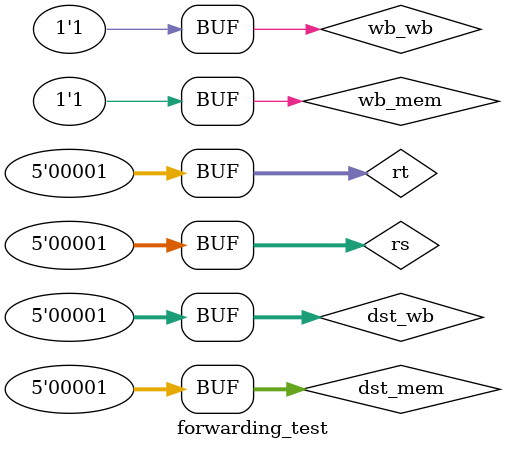
<source format=v>
`timescale 1ns / 1ps


module forwarding_test;

	// Inputs
	reg [4:0] rs;
	reg [4:0] rt;
	reg [4:0] dst_mem;
	reg [4:0] dst_wb;
	reg wb_mem;
	reg wb_wb;

	// Outputs
	wire [1:0] cortoA;
	wire [1:0] cortoB;

	// Instantiate the Unit Under Test (UUT)
	forwarding uut (
		.rs(rs), 
		.rt(rt), 
		.dst_mem(dst_mem), 
		.dst_wb(dst_wb), 
		.wb_mem(wb_mem), 
		.wb_wb(wb_wb), 
		.cortoA(cortoA), 
		.cortoB(cortoB)
	);

	initial begin
		// Initialize Inputs
		rs = 0;
		rt = 0;
		dst_mem = 0;
		dst_wb = 0;
		wb_mem = 0;
		wb_wb = 0;

		#100;
		// La salida debe ser cortoA 00 cortoB 00
		rs = 4'b0001;
		rt = 4'b0001;
		dst_mem = 4'b0001;
		dst_wb = 4'b0010;
		wb_mem = 0;
		wb_wb = 1;

		#100;
		// La salida debe ser cortoA 01 cortoB 10
		rs = 4'b0010;
		rt = 4'b0001;
		dst_mem = 4'b0010;
		dst_wb = 4'b0001;
		wb_mem = 1;
		wb_wb = 1;
		
		#100;
		// La salida debe ser cortoA 10 cortoB 01
		rs = 4'b0011;
		rt = 4'b0010;
		dst_mem = 4'b0010;
		dst_wb = 4'b0011;
		wb_mem = 1;
		wb_wb = 1;
		
		#100;
		// La salida debe ser cortoA 11 cortoB 11
		rs = 4'b0001;
		rt = 4'b0001;
		dst_mem = 4'b0001;
		dst_wb = 4'b0001;
		wb_mem = 1;
		wb_wb = 1;


	end
      
endmodule


</source>
